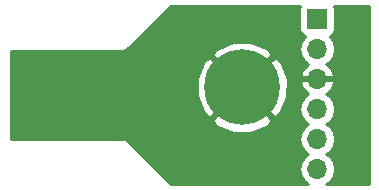
<source format=gbr>
G04 #@! TF.GenerationSoftware,KiCad,Pcbnew,(5.0.2)-1*
G04 #@! TF.CreationDate,2019-05-05T03:28:13-07:00*
G04 #@! TF.ProjectId,pickit3-icsp-adapter,7069636b-6974-4332-9d69-6373702d6164,rev?*
G04 #@! TF.SameCoordinates,Original*
G04 #@! TF.FileFunction,Copper,L2,Bot*
G04 #@! TF.FilePolarity,Positive*
%FSLAX46Y46*%
G04 Gerber Fmt 4.6, Leading zero omitted, Abs format (unit mm)*
G04 Created by KiCad (PCBNEW (5.0.2)-1) date 5/5/2019 3:28:13 AM*
%MOMM*%
%LPD*%
G01*
G04 APERTURE LIST*
G04 #@! TA.AperFunction,ComponentPad*
%ADD10O,1.700000X1.700000*%
G04 #@! TD*
G04 #@! TA.AperFunction,ComponentPad*
%ADD11R,1.700000X1.700000*%
G04 #@! TD*
G04 #@! TA.AperFunction,ComponentPad*
%ADD12C,0.800000*%
G04 #@! TD*
G04 #@! TA.AperFunction,ComponentPad*
%ADD13C,6.400000*%
G04 #@! TD*
G04 #@! TA.AperFunction,Conductor*
%ADD14C,0.254000*%
G04 #@! TD*
G04 APERTURE END LIST*
D10*
G04 #@! TO.P,J1,6*
G04 #@! TO.N,/LVP*
X135890000Y-99615001D03*
G04 #@! TO.P,J1,5*
G04 #@! TO.N,/ICSPCLK*
X135890000Y-97075001D03*
G04 #@! TO.P,J1,4*
G04 #@! TO.N,/ICSPDAT*
X135890000Y-94535001D03*
G04 #@! TO.P,J1,3*
G04 #@! TO.N,/VSS*
X135890000Y-91995001D03*
G04 #@! TO.P,J1,2*
G04 #@! TO.N,/VDD*
X135890000Y-89455001D03*
D11*
G04 #@! TO.P,J1,1*
G04 #@! TO.N,/VPP*
X135890000Y-86915001D03*
G04 #@! TD*
D12*
G04 #@! TO.P,H1,1*
G04 #@! TO.N,/VSS*
X131237056Y-91012944D03*
X129540000Y-90310000D03*
X127842944Y-91012944D03*
X127140000Y-92710000D03*
X127842944Y-94407056D03*
X129540000Y-95110000D03*
X131237056Y-94407056D03*
X131940000Y-92710000D03*
D13*
X129540000Y-92710000D03*
G04 #@! TD*
D14*
G04 #@! TO.N,/VSS*
G36*
X134441843Y-85817236D02*
X134392560Y-86065001D01*
X134392560Y-87765001D01*
X134441843Y-88012766D01*
X134582191Y-88222810D01*
X134792235Y-88363158D01*
X134837619Y-88372185D01*
X134819375Y-88384376D01*
X134491161Y-88875583D01*
X134375908Y-89455001D01*
X134491161Y-90034419D01*
X134819375Y-90525626D01*
X135138478Y-90738844D01*
X135008642Y-90799818D01*
X134618355Y-91228077D01*
X134448524Y-91638111D01*
X134569845Y-91868001D01*
X135763000Y-91868001D01*
X135763000Y-91848001D01*
X136017000Y-91848001D01*
X136017000Y-91868001D01*
X137210155Y-91868001D01*
X137331476Y-91638111D01*
X137161645Y-91228077D01*
X136771358Y-90799818D01*
X136641522Y-90738844D01*
X136960625Y-90525626D01*
X137288839Y-90034419D01*
X137404092Y-89455001D01*
X137288839Y-88875583D01*
X136960625Y-88384376D01*
X136942381Y-88372185D01*
X136987765Y-88363158D01*
X137197809Y-88222810D01*
X137338157Y-88012766D01*
X137387440Y-87765001D01*
X137387440Y-86065001D01*
X137338157Y-85817236D01*
X137326640Y-85800000D01*
X140260001Y-85800000D01*
X140260000Y-100890000D01*
X136654758Y-100890000D01*
X136960625Y-100685626D01*
X137288839Y-100194419D01*
X137404092Y-99615001D01*
X137288839Y-99035583D01*
X136960625Y-98544376D01*
X136662239Y-98345001D01*
X136960625Y-98145626D01*
X137288839Y-97654419D01*
X137404092Y-97075001D01*
X137288839Y-96495583D01*
X136960625Y-96004376D01*
X136662239Y-95805001D01*
X136960625Y-95605626D01*
X137288839Y-95114419D01*
X137404092Y-94535001D01*
X137288839Y-93955583D01*
X136960625Y-93464376D01*
X136641522Y-93251158D01*
X136771358Y-93190184D01*
X137161645Y-92761925D01*
X137331476Y-92351891D01*
X137210155Y-92122001D01*
X136017000Y-92122001D01*
X136017000Y-92142001D01*
X135763000Y-92142001D01*
X135763000Y-92122001D01*
X134569845Y-92122001D01*
X134448524Y-92351891D01*
X134618355Y-92761925D01*
X135008642Y-93190184D01*
X135138478Y-93251158D01*
X134819375Y-93464376D01*
X134491161Y-93955583D01*
X134375908Y-94535001D01*
X134491161Y-95114419D01*
X134819375Y-95605626D01*
X135117761Y-95805001D01*
X134819375Y-96004376D01*
X134491161Y-96495583D01*
X134375908Y-97075001D01*
X134491161Y-97654419D01*
X134819375Y-98145626D01*
X135117761Y-98345001D01*
X134819375Y-98544376D01*
X134491161Y-99035583D01*
X134375908Y-99615001D01*
X134491161Y-100194419D01*
X134819375Y-100685626D01*
X135125242Y-100890000D01*
X123484092Y-100890000D01*
X119931494Y-97337404D01*
X119891881Y-97278119D01*
X119657028Y-97121195D01*
X119449926Y-97080000D01*
X119449924Y-97080000D01*
X119380000Y-97066091D01*
X119310076Y-97080000D01*
X109930000Y-97080000D01*
X109930000Y-95450910D01*
X126978695Y-95450910D01*
X127345640Y-95946343D01*
X128751171Y-96539736D01*
X130276793Y-96550087D01*
X131690246Y-95975819D01*
X131734360Y-95946343D01*
X132101305Y-95450910D01*
X129540000Y-92889605D01*
X126978695Y-95450910D01*
X109930000Y-95450910D01*
X109930000Y-93446793D01*
X125699913Y-93446793D01*
X126274181Y-94860246D01*
X126303657Y-94904360D01*
X126799090Y-95271305D01*
X129360395Y-92710000D01*
X129719605Y-92710000D01*
X132280910Y-95271305D01*
X132776343Y-94904360D01*
X133369736Y-93498829D01*
X133380087Y-91973207D01*
X132805819Y-90559754D01*
X132776343Y-90515640D01*
X132280910Y-90148695D01*
X129719605Y-92710000D01*
X129360395Y-92710000D01*
X126799090Y-90148695D01*
X126303657Y-90515640D01*
X125710264Y-91921171D01*
X125699913Y-93446793D01*
X109930000Y-93446793D01*
X109930000Y-89969090D01*
X126978695Y-89969090D01*
X129540000Y-92530395D01*
X132101305Y-89969090D01*
X131734360Y-89473657D01*
X130328829Y-88880264D01*
X128803207Y-88869913D01*
X127389754Y-89444181D01*
X127345640Y-89473657D01*
X126978695Y-89969090D01*
X109930000Y-89969090D01*
X109930000Y-89610000D01*
X119310076Y-89610000D01*
X119380000Y-89623909D01*
X119449924Y-89610000D01*
X119449926Y-89610000D01*
X119657028Y-89568805D01*
X119891881Y-89411881D01*
X119931494Y-89352596D01*
X123484092Y-85800000D01*
X134453360Y-85800000D01*
X134441843Y-85817236D01*
X134441843Y-85817236D01*
G37*
X134441843Y-85817236D02*
X134392560Y-86065001D01*
X134392560Y-87765001D01*
X134441843Y-88012766D01*
X134582191Y-88222810D01*
X134792235Y-88363158D01*
X134837619Y-88372185D01*
X134819375Y-88384376D01*
X134491161Y-88875583D01*
X134375908Y-89455001D01*
X134491161Y-90034419D01*
X134819375Y-90525626D01*
X135138478Y-90738844D01*
X135008642Y-90799818D01*
X134618355Y-91228077D01*
X134448524Y-91638111D01*
X134569845Y-91868001D01*
X135763000Y-91868001D01*
X135763000Y-91848001D01*
X136017000Y-91848001D01*
X136017000Y-91868001D01*
X137210155Y-91868001D01*
X137331476Y-91638111D01*
X137161645Y-91228077D01*
X136771358Y-90799818D01*
X136641522Y-90738844D01*
X136960625Y-90525626D01*
X137288839Y-90034419D01*
X137404092Y-89455001D01*
X137288839Y-88875583D01*
X136960625Y-88384376D01*
X136942381Y-88372185D01*
X136987765Y-88363158D01*
X137197809Y-88222810D01*
X137338157Y-88012766D01*
X137387440Y-87765001D01*
X137387440Y-86065001D01*
X137338157Y-85817236D01*
X137326640Y-85800000D01*
X140260001Y-85800000D01*
X140260000Y-100890000D01*
X136654758Y-100890000D01*
X136960625Y-100685626D01*
X137288839Y-100194419D01*
X137404092Y-99615001D01*
X137288839Y-99035583D01*
X136960625Y-98544376D01*
X136662239Y-98345001D01*
X136960625Y-98145626D01*
X137288839Y-97654419D01*
X137404092Y-97075001D01*
X137288839Y-96495583D01*
X136960625Y-96004376D01*
X136662239Y-95805001D01*
X136960625Y-95605626D01*
X137288839Y-95114419D01*
X137404092Y-94535001D01*
X137288839Y-93955583D01*
X136960625Y-93464376D01*
X136641522Y-93251158D01*
X136771358Y-93190184D01*
X137161645Y-92761925D01*
X137331476Y-92351891D01*
X137210155Y-92122001D01*
X136017000Y-92122001D01*
X136017000Y-92142001D01*
X135763000Y-92142001D01*
X135763000Y-92122001D01*
X134569845Y-92122001D01*
X134448524Y-92351891D01*
X134618355Y-92761925D01*
X135008642Y-93190184D01*
X135138478Y-93251158D01*
X134819375Y-93464376D01*
X134491161Y-93955583D01*
X134375908Y-94535001D01*
X134491161Y-95114419D01*
X134819375Y-95605626D01*
X135117761Y-95805001D01*
X134819375Y-96004376D01*
X134491161Y-96495583D01*
X134375908Y-97075001D01*
X134491161Y-97654419D01*
X134819375Y-98145626D01*
X135117761Y-98345001D01*
X134819375Y-98544376D01*
X134491161Y-99035583D01*
X134375908Y-99615001D01*
X134491161Y-100194419D01*
X134819375Y-100685626D01*
X135125242Y-100890000D01*
X123484092Y-100890000D01*
X119931494Y-97337404D01*
X119891881Y-97278119D01*
X119657028Y-97121195D01*
X119449926Y-97080000D01*
X119449924Y-97080000D01*
X119380000Y-97066091D01*
X119310076Y-97080000D01*
X109930000Y-97080000D01*
X109930000Y-95450910D01*
X126978695Y-95450910D01*
X127345640Y-95946343D01*
X128751171Y-96539736D01*
X130276793Y-96550087D01*
X131690246Y-95975819D01*
X131734360Y-95946343D01*
X132101305Y-95450910D01*
X129540000Y-92889605D01*
X126978695Y-95450910D01*
X109930000Y-95450910D01*
X109930000Y-93446793D01*
X125699913Y-93446793D01*
X126274181Y-94860246D01*
X126303657Y-94904360D01*
X126799090Y-95271305D01*
X129360395Y-92710000D01*
X129719605Y-92710000D01*
X132280910Y-95271305D01*
X132776343Y-94904360D01*
X133369736Y-93498829D01*
X133380087Y-91973207D01*
X132805819Y-90559754D01*
X132776343Y-90515640D01*
X132280910Y-90148695D01*
X129719605Y-92710000D01*
X129360395Y-92710000D01*
X126799090Y-90148695D01*
X126303657Y-90515640D01*
X125710264Y-91921171D01*
X125699913Y-93446793D01*
X109930000Y-93446793D01*
X109930000Y-89969090D01*
X126978695Y-89969090D01*
X129540000Y-92530395D01*
X132101305Y-89969090D01*
X131734360Y-89473657D01*
X130328829Y-88880264D01*
X128803207Y-88869913D01*
X127389754Y-89444181D01*
X127345640Y-89473657D01*
X126978695Y-89969090D01*
X109930000Y-89969090D01*
X109930000Y-89610000D01*
X119310076Y-89610000D01*
X119380000Y-89623909D01*
X119449924Y-89610000D01*
X119449926Y-89610000D01*
X119657028Y-89568805D01*
X119891881Y-89411881D01*
X119931494Y-89352596D01*
X123484092Y-85800000D01*
X134453360Y-85800000D01*
X134441843Y-85817236D01*
G04 #@! TD*
M02*

</source>
